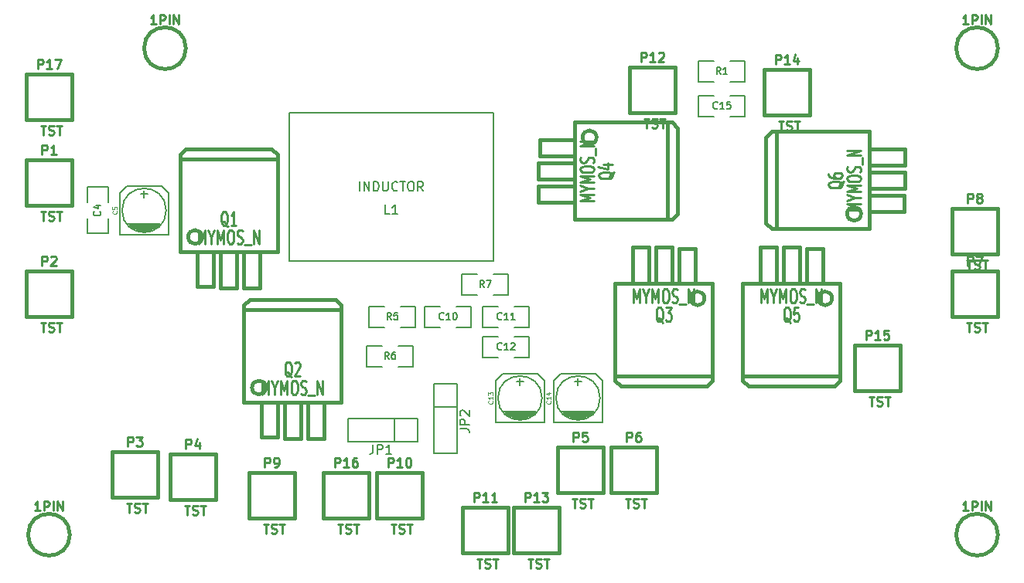
<source format=gto>
G04 (created by PCBNEW (2013-07-07 BZR 4022)-stable) date 10/6/2014 4:48:18 PM*
%MOIN*%
G04 Gerber Fmt 3.4, Leading zero omitted, Abs format*
%FSLAX34Y34*%
G01*
G70*
G90*
G04 APERTURE LIST*
%ADD10C,0.00590551*%
%ADD11C,0.015*%
%ADD12C,0.005*%
%ADD13C,0.006*%
%ADD14C,0.01*%
%ADD15C,0.0047*%
G04 APERTURE END LIST*
G54D10*
G54D11*
X66850Y-18550D02*
X68400Y-18550D01*
X68400Y-18550D02*
X68400Y-17850D01*
X68400Y-17850D02*
X66850Y-17850D01*
X66850Y-19550D02*
X68400Y-19550D01*
X68400Y-19550D02*
X68400Y-18850D01*
X68400Y-18850D02*
X66850Y-18850D01*
X66850Y-20550D02*
X68350Y-20550D01*
X68350Y-20550D02*
X68350Y-19900D01*
X68350Y-19900D02*
X68350Y-19850D01*
X68350Y-19850D02*
X66850Y-19850D01*
X66500Y-20650D02*
G75*
G03X66500Y-20650I-300J0D01*
G74*
G01*
X66850Y-21300D02*
X62650Y-21300D01*
X62650Y-21300D02*
X62400Y-21050D01*
X62400Y-21050D02*
X62400Y-17500D01*
X62400Y-17500D02*
X62400Y-17400D01*
X62400Y-17400D02*
X62400Y-17350D01*
X62400Y-17350D02*
X62650Y-17100D01*
X62650Y-17100D02*
X66850Y-17100D01*
X66850Y-21300D02*
X66850Y-17100D01*
X62850Y-17100D02*
X62850Y-21300D01*
X54150Y-19450D02*
X52600Y-19450D01*
X52600Y-19450D02*
X52600Y-20150D01*
X52600Y-20150D02*
X54150Y-20150D01*
X54150Y-18450D02*
X52600Y-18450D01*
X52600Y-18450D02*
X52600Y-19150D01*
X52600Y-19150D02*
X54150Y-19150D01*
X54150Y-17450D02*
X52650Y-17450D01*
X52650Y-17450D02*
X52650Y-18100D01*
X52650Y-18100D02*
X52650Y-18150D01*
X52650Y-18150D02*
X54150Y-18150D01*
X55100Y-17350D02*
G75*
G03X55100Y-17350I-300J0D01*
G74*
G01*
X54150Y-16700D02*
X58350Y-16700D01*
X58350Y-16700D02*
X58600Y-16950D01*
X58600Y-16950D02*
X58600Y-20500D01*
X58600Y-20500D02*
X58600Y-20600D01*
X58600Y-20600D02*
X58600Y-20650D01*
X58600Y-20650D02*
X58350Y-20900D01*
X58350Y-20900D02*
X54150Y-20900D01*
X54150Y-16700D02*
X54150Y-20900D01*
X58150Y-20900D02*
X58150Y-16700D01*
X62850Y-23650D02*
X62850Y-22100D01*
X62850Y-22100D02*
X62150Y-22100D01*
X62150Y-22100D02*
X62150Y-23650D01*
X63850Y-23650D02*
X63850Y-22100D01*
X63850Y-22100D02*
X63150Y-22100D01*
X63150Y-22100D02*
X63150Y-23650D01*
X64850Y-23650D02*
X64850Y-22150D01*
X64850Y-22150D02*
X64200Y-22150D01*
X64200Y-22150D02*
X64150Y-22150D01*
X64150Y-22150D02*
X64150Y-23650D01*
X65250Y-24300D02*
G75*
G03X65250Y-24300I-300J0D01*
G74*
G01*
X65600Y-23650D02*
X65600Y-27850D01*
X65600Y-27850D02*
X65350Y-28100D01*
X65350Y-28100D02*
X61800Y-28100D01*
X61800Y-28100D02*
X61700Y-28100D01*
X61700Y-28100D02*
X61650Y-28100D01*
X61650Y-28100D02*
X61400Y-27850D01*
X61400Y-27850D02*
X61400Y-23650D01*
X65600Y-23650D02*
X61400Y-23650D01*
X61400Y-27650D02*
X65600Y-27650D01*
X57350Y-23650D02*
X57350Y-22100D01*
X57350Y-22100D02*
X56650Y-22100D01*
X56650Y-22100D02*
X56650Y-23650D01*
X58350Y-23650D02*
X58350Y-22100D01*
X58350Y-22100D02*
X57650Y-22100D01*
X57650Y-22100D02*
X57650Y-23650D01*
X59350Y-23650D02*
X59350Y-22150D01*
X59350Y-22150D02*
X58700Y-22150D01*
X58700Y-22150D02*
X58650Y-22150D01*
X58650Y-22150D02*
X58650Y-23650D01*
X59750Y-24300D02*
G75*
G03X59750Y-24300I-300J0D01*
G74*
G01*
X60100Y-23650D02*
X60100Y-27850D01*
X60100Y-27850D02*
X59850Y-28100D01*
X59850Y-28100D02*
X56300Y-28100D01*
X56300Y-28100D02*
X56200Y-28100D01*
X56200Y-28100D02*
X56150Y-28100D01*
X56150Y-28100D02*
X55900Y-27850D01*
X55900Y-27850D02*
X55900Y-23650D01*
X60100Y-23650D02*
X55900Y-23650D01*
X55900Y-27650D02*
X60100Y-27650D01*
X42650Y-28800D02*
X42650Y-30350D01*
X42650Y-30350D02*
X43350Y-30350D01*
X43350Y-30350D02*
X43350Y-28800D01*
X41650Y-28800D02*
X41650Y-30350D01*
X41650Y-30350D02*
X42350Y-30350D01*
X42350Y-30350D02*
X42350Y-28800D01*
X40650Y-28800D02*
X40650Y-30300D01*
X40650Y-30300D02*
X41300Y-30300D01*
X41300Y-30300D02*
X41350Y-30300D01*
X41350Y-30300D02*
X41350Y-28800D01*
X40850Y-28150D02*
G75*
G03X40850Y-28150I-300J0D01*
G74*
G01*
X39900Y-28800D02*
X39900Y-24600D01*
X39900Y-24600D02*
X40150Y-24350D01*
X40150Y-24350D02*
X43700Y-24350D01*
X43700Y-24350D02*
X43800Y-24350D01*
X43800Y-24350D02*
X43850Y-24350D01*
X43850Y-24350D02*
X44100Y-24600D01*
X44100Y-24600D02*
X44100Y-28800D01*
X39900Y-28800D02*
X44100Y-28800D01*
X44100Y-24800D02*
X39900Y-24800D01*
X39900Y-22300D02*
X39900Y-23850D01*
X39900Y-23850D02*
X40600Y-23850D01*
X40600Y-23850D02*
X40600Y-22300D01*
X38900Y-22300D02*
X38900Y-23850D01*
X38900Y-23850D02*
X39600Y-23850D01*
X39600Y-23850D02*
X39600Y-22300D01*
X37900Y-22300D02*
X37900Y-23800D01*
X37900Y-23800D02*
X38550Y-23800D01*
X38550Y-23800D02*
X38600Y-23800D01*
X38600Y-23800D02*
X38600Y-22300D01*
X38100Y-21650D02*
G75*
G03X38100Y-21650I-300J0D01*
G74*
G01*
X37150Y-22300D02*
X37150Y-18100D01*
X37150Y-18100D02*
X37400Y-17850D01*
X37400Y-17850D02*
X40950Y-17850D01*
X40950Y-17850D02*
X41050Y-17850D01*
X41050Y-17850D02*
X41100Y-17850D01*
X41100Y-17850D02*
X41350Y-18100D01*
X41350Y-18100D02*
X41350Y-22300D01*
X37150Y-22300D02*
X41350Y-22300D01*
X41350Y-18300D02*
X37150Y-18300D01*
G54D12*
X52200Y-25550D02*
X52200Y-24650D01*
X52200Y-24650D02*
X51550Y-24650D01*
X50850Y-25550D02*
X50200Y-25550D01*
X50200Y-25550D02*
X50200Y-24650D01*
X50200Y-24650D02*
X50850Y-24650D01*
X51550Y-25550D02*
X52200Y-25550D01*
X52200Y-26850D02*
X52200Y-25950D01*
X52200Y-25950D02*
X51550Y-25950D01*
X50850Y-26850D02*
X50200Y-26850D01*
X50200Y-26850D02*
X50200Y-25950D01*
X50200Y-25950D02*
X50850Y-25950D01*
X51550Y-26850D02*
X52200Y-26850D01*
X47700Y-24650D02*
X47700Y-25550D01*
X47700Y-25550D02*
X48350Y-25550D01*
X49050Y-24650D02*
X49700Y-24650D01*
X49700Y-24650D02*
X49700Y-25550D01*
X49700Y-25550D02*
X49050Y-25550D01*
X48350Y-24650D02*
X47700Y-24650D01*
X45300Y-24650D02*
X45300Y-25550D01*
X45300Y-25550D02*
X45950Y-25550D01*
X46650Y-24650D02*
X47300Y-24650D01*
X47300Y-24650D02*
X47300Y-25550D01*
X47300Y-25550D02*
X46650Y-25550D01*
X45950Y-24650D02*
X45300Y-24650D01*
X49300Y-23250D02*
X49300Y-24150D01*
X49300Y-24150D02*
X49950Y-24150D01*
X50650Y-23250D02*
X51300Y-23250D01*
X51300Y-23250D02*
X51300Y-24150D01*
X51300Y-24150D02*
X50650Y-24150D01*
X49950Y-23250D02*
X49300Y-23250D01*
X45200Y-26350D02*
X45200Y-27250D01*
X45200Y-27250D02*
X45850Y-27250D01*
X46550Y-26350D02*
X47200Y-26350D01*
X47200Y-26350D02*
X47200Y-27250D01*
X47200Y-27250D02*
X46550Y-27250D01*
X45850Y-26350D02*
X45200Y-26350D01*
X34050Y-19500D02*
X33150Y-19500D01*
X33150Y-19500D02*
X33150Y-20150D01*
X34050Y-20850D02*
X34050Y-21500D01*
X34050Y-21500D02*
X33150Y-21500D01*
X33150Y-21500D02*
X33150Y-20850D01*
X34050Y-20150D02*
X34050Y-19500D01*
G54D13*
X47400Y-29500D02*
X47400Y-30500D01*
X47400Y-30500D02*
X44400Y-30500D01*
X44400Y-30500D02*
X44400Y-29500D01*
X44400Y-29500D02*
X47400Y-29500D01*
X46400Y-30500D02*
X46400Y-29500D01*
X48100Y-28000D02*
X49100Y-28000D01*
X49100Y-28000D02*
X49100Y-31000D01*
X49100Y-31000D02*
X48100Y-31000D01*
X48100Y-31000D02*
X48100Y-28000D01*
X49100Y-29000D02*
X48100Y-29000D01*
G54D12*
X51550Y-29500D02*
X52100Y-29500D01*
X51450Y-29450D02*
X52150Y-29450D01*
X51300Y-29400D02*
X52300Y-29400D01*
X52350Y-29350D02*
X51250Y-29350D01*
X51200Y-29300D02*
X52400Y-29300D01*
X52450Y-29250D02*
X51150Y-29250D01*
X51100Y-29200D02*
X52500Y-29200D01*
X52750Y-28600D02*
G75*
G03X52750Y-28600I-950J0D01*
G74*
G01*
X50750Y-29650D02*
X50750Y-27850D01*
X50750Y-27850D02*
X51050Y-27550D01*
X51050Y-27550D02*
X52550Y-27550D01*
X52550Y-27550D02*
X52850Y-27850D01*
X52850Y-27850D02*
X52850Y-29650D01*
X52850Y-29650D02*
X50750Y-29650D01*
X51800Y-27750D02*
X51800Y-28050D01*
X51650Y-27900D02*
X51950Y-27900D01*
X35350Y-21400D02*
X35900Y-21400D01*
X35250Y-21350D02*
X35950Y-21350D01*
X35100Y-21300D02*
X36100Y-21300D01*
X36150Y-21250D02*
X35050Y-21250D01*
X35000Y-21200D02*
X36200Y-21200D01*
X36250Y-21150D02*
X34950Y-21150D01*
X34900Y-21100D02*
X36300Y-21100D01*
X36550Y-20500D02*
G75*
G03X36550Y-20500I-950J0D01*
G74*
G01*
X34550Y-21550D02*
X34550Y-19750D01*
X34550Y-19750D02*
X34850Y-19450D01*
X34850Y-19450D02*
X36350Y-19450D01*
X36350Y-19450D02*
X36650Y-19750D01*
X36650Y-19750D02*
X36650Y-21550D01*
X36650Y-21550D02*
X34550Y-21550D01*
X35600Y-19650D02*
X35600Y-19950D01*
X35450Y-19800D02*
X35750Y-19800D01*
X54050Y-29500D02*
X54600Y-29500D01*
X53950Y-29450D02*
X54650Y-29450D01*
X53800Y-29400D02*
X54800Y-29400D01*
X54850Y-29350D02*
X53750Y-29350D01*
X53700Y-29300D02*
X54900Y-29300D01*
X54950Y-29250D02*
X53650Y-29250D01*
X53600Y-29200D02*
X55000Y-29200D01*
X55250Y-28600D02*
G75*
G03X55250Y-28600I-950J0D01*
G74*
G01*
X53250Y-29650D02*
X53250Y-27850D01*
X53250Y-27850D02*
X53550Y-27550D01*
X53550Y-27550D02*
X55050Y-27550D01*
X55050Y-27550D02*
X55350Y-27850D01*
X55350Y-27850D02*
X55350Y-29650D01*
X55350Y-29650D02*
X53250Y-29650D01*
X54300Y-27750D02*
X54300Y-28050D01*
X54150Y-27900D02*
X54450Y-27900D01*
G54D11*
X49316Y-33316D02*
X51284Y-33316D01*
X51284Y-33316D02*
X51284Y-35284D01*
X51284Y-35284D02*
X49316Y-35284D01*
X49316Y-35284D02*
X49316Y-33316D01*
X51516Y-33316D02*
X53484Y-33316D01*
X53484Y-33316D02*
X53484Y-35284D01*
X53484Y-35284D02*
X51516Y-35284D01*
X51516Y-35284D02*
X51516Y-33316D01*
X40116Y-31816D02*
X42084Y-31816D01*
X42084Y-31816D02*
X42084Y-33784D01*
X42084Y-33784D02*
X40116Y-33784D01*
X40116Y-33784D02*
X40116Y-31816D01*
X45616Y-31816D02*
X47584Y-31816D01*
X47584Y-31816D02*
X47584Y-33784D01*
X47584Y-33784D02*
X45616Y-33784D01*
X45616Y-33784D02*
X45616Y-31816D01*
X30516Y-23116D02*
X32484Y-23116D01*
X32484Y-23116D02*
X32484Y-25084D01*
X32484Y-25084D02*
X30516Y-25084D01*
X30516Y-25084D02*
X30516Y-23116D01*
X30516Y-18316D02*
X32484Y-18316D01*
X32484Y-18316D02*
X32484Y-20284D01*
X32484Y-20284D02*
X30516Y-20284D01*
X30516Y-20284D02*
X30516Y-18316D01*
X43316Y-31816D02*
X45284Y-31816D01*
X45284Y-31816D02*
X45284Y-33784D01*
X45284Y-33784D02*
X43316Y-33784D01*
X43316Y-33784D02*
X43316Y-31816D01*
X66216Y-26316D02*
X68184Y-26316D01*
X68184Y-26316D02*
X68184Y-28284D01*
X68184Y-28284D02*
X66216Y-28284D01*
X66216Y-28284D02*
X66216Y-26316D01*
X62316Y-14416D02*
X64284Y-14416D01*
X64284Y-14416D02*
X64284Y-16384D01*
X64284Y-16384D02*
X62316Y-16384D01*
X62316Y-16384D02*
X62316Y-14416D01*
X56516Y-14316D02*
X58484Y-14316D01*
X58484Y-14316D02*
X58484Y-16284D01*
X58484Y-16284D02*
X56516Y-16284D01*
X56516Y-16284D02*
X56516Y-14316D01*
X70416Y-20416D02*
X72384Y-20416D01*
X72384Y-20416D02*
X72384Y-22384D01*
X72384Y-22384D02*
X70416Y-22384D01*
X70416Y-22384D02*
X70416Y-20416D01*
X70416Y-23116D02*
X72384Y-23116D01*
X72384Y-23116D02*
X72384Y-25084D01*
X72384Y-25084D02*
X70416Y-25084D01*
X70416Y-25084D02*
X70416Y-23116D01*
X55716Y-30716D02*
X57684Y-30716D01*
X57684Y-30716D02*
X57684Y-32684D01*
X57684Y-32684D02*
X55716Y-32684D01*
X55716Y-32684D02*
X55716Y-30716D01*
X53416Y-30716D02*
X55384Y-30716D01*
X55384Y-30716D02*
X55384Y-32684D01*
X55384Y-32684D02*
X53416Y-32684D01*
X53416Y-32684D02*
X53416Y-30716D01*
X36716Y-31016D02*
X38684Y-31016D01*
X38684Y-31016D02*
X38684Y-32984D01*
X38684Y-32984D02*
X36716Y-32984D01*
X36716Y-32984D02*
X36716Y-31016D01*
X34216Y-30916D02*
X36184Y-30916D01*
X36184Y-30916D02*
X36184Y-32884D01*
X36184Y-32884D02*
X34216Y-32884D01*
X34216Y-32884D02*
X34216Y-30916D01*
G54D10*
X41850Y-16300D02*
X50650Y-16300D01*
X50650Y-16300D02*
X50650Y-22700D01*
X50650Y-22700D02*
X41850Y-22700D01*
X41850Y-22700D02*
X41850Y-16300D01*
G54D11*
X30516Y-14616D02*
X32484Y-14616D01*
X32484Y-14616D02*
X32484Y-16584D01*
X32484Y-16584D02*
X30516Y-16584D01*
X30516Y-16584D02*
X30516Y-14616D01*
G54D12*
X59500Y-15550D02*
X59500Y-16450D01*
X59500Y-16450D02*
X60150Y-16450D01*
X60850Y-15550D02*
X61500Y-15550D01*
X61500Y-15550D02*
X61500Y-16450D01*
X61500Y-16450D02*
X60850Y-16450D01*
X60150Y-15550D02*
X59500Y-15550D01*
X59500Y-14050D02*
X59500Y-14950D01*
X59500Y-14950D02*
X60150Y-14950D01*
X60850Y-14050D02*
X61500Y-14050D01*
X61500Y-14050D02*
X61500Y-14950D01*
X61500Y-14950D02*
X60850Y-14950D01*
X60150Y-14050D02*
X59500Y-14050D01*
G54D11*
X72400Y-13500D02*
G75*
G03X72400Y-13500I-900J0D01*
G74*
G01*
X72400Y-34500D02*
G75*
G03X72400Y-34500I-900J0D01*
G74*
G01*
X32400Y-34500D02*
G75*
G03X32400Y-34500I-900J0D01*
G74*
G01*
X37400Y-13500D02*
G75*
G03X37400Y-13500I-900J0D01*
G74*
G01*
G54D14*
X65750Y-19238D02*
X65721Y-19276D01*
X65664Y-19314D01*
X65578Y-19371D01*
X65550Y-19409D01*
X65550Y-19447D01*
X65692Y-19428D02*
X65664Y-19466D01*
X65607Y-19504D01*
X65492Y-19523D01*
X65292Y-19523D01*
X65178Y-19504D01*
X65121Y-19466D01*
X65092Y-19428D01*
X65092Y-19352D01*
X65121Y-19314D01*
X65178Y-19276D01*
X65292Y-19257D01*
X65492Y-19257D01*
X65607Y-19276D01*
X65664Y-19314D01*
X65692Y-19352D01*
X65692Y-19428D01*
X65092Y-18914D02*
X65092Y-18990D01*
X65121Y-19028D01*
X65150Y-19047D01*
X65235Y-19085D01*
X65350Y-19104D01*
X65578Y-19104D01*
X65635Y-19085D01*
X65664Y-19066D01*
X65692Y-19028D01*
X65692Y-18952D01*
X65664Y-18914D01*
X65635Y-18895D01*
X65578Y-18876D01*
X65435Y-18876D01*
X65378Y-18895D01*
X65350Y-18914D01*
X65321Y-18952D01*
X65321Y-19028D01*
X65350Y-19066D01*
X65378Y-19085D01*
X65435Y-19104D01*
X66492Y-20495D02*
X65892Y-20495D01*
X66321Y-20361D01*
X65892Y-20228D01*
X66492Y-20228D01*
X66207Y-19961D02*
X66492Y-19961D01*
X65892Y-20095D02*
X66207Y-19961D01*
X65892Y-19828D01*
X66492Y-19695D02*
X65892Y-19695D01*
X66321Y-19561D01*
X65892Y-19428D01*
X66492Y-19428D01*
X65892Y-19161D02*
X65892Y-19085D01*
X65921Y-19047D01*
X65978Y-19009D01*
X66092Y-18990D01*
X66292Y-18990D01*
X66407Y-19009D01*
X66464Y-19047D01*
X66492Y-19085D01*
X66492Y-19161D01*
X66464Y-19199D01*
X66407Y-19238D01*
X66292Y-19257D01*
X66092Y-19257D01*
X65978Y-19238D01*
X65921Y-19199D01*
X65892Y-19161D01*
X66464Y-18838D02*
X66492Y-18780D01*
X66492Y-18685D01*
X66464Y-18647D01*
X66435Y-18628D01*
X66378Y-18609D01*
X66321Y-18609D01*
X66264Y-18628D01*
X66235Y-18647D01*
X66207Y-18685D01*
X66178Y-18761D01*
X66150Y-18799D01*
X66121Y-18819D01*
X66064Y-18838D01*
X66007Y-18838D01*
X65950Y-18819D01*
X65921Y-18799D01*
X65892Y-18761D01*
X65892Y-18666D01*
X65921Y-18609D01*
X66550Y-18533D02*
X66550Y-18228D01*
X66492Y-18133D02*
X65892Y-18133D01*
X66492Y-17904D01*
X65892Y-17904D01*
X55850Y-18838D02*
X55821Y-18876D01*
X55764Y-18914D01*
X55678Y-18971D01*
X55650Y-19009D01*
X55650Y-19047D01*
X55792Y-19028D02*
X55764Y-19066D01*
X55707Y-19104D01*
X55592Y-19123D01*
X55392Y-19123D01*
X55278Y-19104D01*
X55221Y-19066D01*
X55192Y-19028D01*
X55192Y-18952D01*
X55221Y-18914D01*
X55278Y-18876D01*
X55392Y-18857D01*
X55592Y-18857D01*
X55707Y-18876D01*
X55764Y-18914D01*
X55792Y-18952D01*
X55792Y-19028D01*
X55392Y-18514D02*
X55792Y-18514D01*
X55164Y-18609D02*
X55592Y-18704D01*
X55592Y-18457D01*
X54992Y-20095D02*
X54392Y-20095D01*
X54821Y-19961D01*
X54392Y-19828D01*
X54992Y-19828D01*
X54707Y-19561D02*
X54992Y-19561D01*
X54392Y-19695D02*
X54707Y-19561D01*
X54392Y-19428D01*
X54992Y-19295D02*
X54392Y-19295D01*
X54821Y-19161D01*
X54392Y-19028D01*
X54992Y-19028D01*
X54392Y-18761D02*
X54392Y-18685D01*
X54421Y-18647D01*
X54478Y-18609D01*
X54592Y-18590D01*
X54792Y-18590D01*
X54907Y-18609D01*
X54964Y-18647D01*
X54992Y-18685D01*
X54992Y-18761D01*
X54964Y-18799D01*
X54907Y-18838D01*
X54792Y-18857D01*
X54592Y-18857D01*
X54478Y-18838D01*
X54421Y-18799D01*
X54392Y-18761D01*
X54964Y-18438D02*
X54992Y-18380D01*
X54992Y-18285D01*
X54964Y-18247D01*
X54935Y-18228D01*
X54878Y-18209D01*
X54821Y-18209D01*
X54764Y-18228D01*
X54735Y-18247D01*
X54707Y-18285D01*
X54678Y-18361D01*
X54650Y-18399D01*
X54621Y-18419D01*
X54564Y-18438D01*
X54507Y-18438D01*
X54450Y-18419D01*
X54421Y-18399D01*
X54392Y-18361D01*
X54392Y-18266D01*
X54421Y-18209D01*
X55050Y-18133D02*
X55050Y-17828D01*
X54992Y-17733D02*
X54392Y-17733D01*
X54992Y-17504D01*
X54392Y-17504D01*
X63461Y-25350D02*
X63423Y-25321D01*
X63385Y-25264D01*
X63328Y-25178D01*
X63290Y-25150D01*
X63252Y-25150D01*
X63271Y-25292D02*
X63233Y-25264D01*
X63195Y-25207D01*
X63176Y-25092D01*
X63176Y-24892D01*
X63195Y-24778D01*
X63233Y-24721D01*
X63271Y-24692D01*
X63347Y-24692D01*
X63385Y-24721D01*
X63423Y-24778D01*
X63442Y-24892D01*
X63442Y-25092D01*
X63423Y-25207D01*
X63385Y-25264D01*
X63347Y-25292D01*
X63271Y-25292D01*
X63804Y-24692D02*
X63614Y-24692D01*
X63595Y-24978D01*
X63614Y-24950D01*
X63652Y-24921D01*
X63747Y-24921D01*
X63785Y-24950D01*
X63804Y-24978D01*
X63823Y-25035D01*
X63823Y-25178D01*
X63804Y-25235D01*
X63785Y-25264D01*
X63747Y-25292D01*
X63652Y-25292D01*
X63614Y-25264D01*
X63595Y-25235D01*
X62204Y-24492D02*
X62204Y-23892D01*
X62338Y-24321D01*
X62471Y-23892D01*
X62471Y-24492D01*
X62738Y-24207D02*
X62738Y-24492D01*
X62604Y-23892D02*
X62738Y-24207D01*
X62871Y-23892D01*
X63004Y-24492D02*
X63004Y-23892D01*
X63138Y-24321D01*
X63271Y-23892D01*
X63271Y-24492D01*
X63538Y-23892D02*
X63614Y-23892D01*
X63652Y-23921D01*
X63690Y-23978D01*
X63709Y-24092D01*
X63709Y-24292D01*
X63690Y-24407D01*
X63652Y-24464D01*
X63614Y-24492D01*
X63538Y-24492D01*
X63500Y-24464D01*
X63461Y-24407D01*
X63442Y-24292D01*
X63442Y-24092D01*
X63461Y-23978D01*
X63500Y-23921D01*
X63538Y-23892D01*
X63861Y-24464D02*
X63919Y-24492D01*
X64014Y-24492D01*
X64052Y-24464D01*
X64071Y-24435D01*
X64090Y-24378D01*
X64090Y-24321D01*
X64071Y-24264D01*
X64052Y-24235D01*
X64014Y-24207D01*
X63938Y-24178D01*
X63900Y-24150D01*
X63880Y-24121D01*
X63861Y-24064D01*
X63861Y-24007D01*
X63880Y-23950D01*
X63900Y-23921D01*
X63938Y-23892D01*
X64033Y-23892D01*
X64090Y-23921D01*
X64166Y-24550D02*
X64471Y-24550D01*
X64566Y-24492D02*
X64566Y-23892D01*
X64795Y-24492D01*
X64795Y-23892D01*
X57961Y-25350D02*
X57923Y-25321D01*
X57885Y-25264D01*
X57828Y-25178D01*
X57790Y-25150D01*
X57752Y-25150D01*
X57771Y-25292D02*
X57733Y-25264D01*
X57695Y-25207D01*
X57676Y-25092D01*
X57676Y-24892D01*
X57695Y-24778D01*
X57733Y-24721D01*
X57771Y-24692D01*
X57847Y-24692D01*
X57885Y-24721D01*
X57923Y-24778D01*
X57942Y-24892D01*
X57942Y-25092D01*
X57923Y-25207D01*
X57885Y-25264D01*
X57847Y-25292D01*
X57771Y-25292D01*
X58076Y-24692D02*
X58323Y-24692D01*
X58190Y-24921D01*
X58247Y-24921D01*
X58285Y-24950D01*
X58304Y-24978D01*
X58323Y-25035D01*
X58323Y-25178D01*
X58304Y-25235D01*
X58285Y-25264D01*
X58247Y-25292D01*
X58133Y-25292D01*
X58095Y-25264D01*
X58076Y-25235D01*
X56704Y-24492D02*
X56704Y-23892D01*
X56838Y-24321D01*
X56971Y-23892D01*
X56971Y-24492D01*
X57238Y-24207D02*
X57238Y-24492D01*
X57104Y-23892D02*
X57238Y-24207D01*
X57371Y-23892D01*
X57504Y-24492D02*
X57504Y-23892D01*
X57638Y-24321D01*
X57771Y-23892D01*
X57771Y-24492D01*
X58038Y-23892D02*
X58114Y-23892D01*
X58152Y-23921D01*
X58190Y-23978D01*
X58209Y-24092D01*
X58209Y-24292D01*
X58190Y-24407D01*
X58152Y-24464D01*
X58114Y-24492D01*
X58038Y-24492D01*
X58000Y-24464D01*
X57961Y-24407D01*
X57942Y-24292D01*
X57942Y-24092D01*
X57961Y-23978D01*
X58000Y-23921D01*
X58038Y-23892D01*
X58361Y-24464D02*
X58419Y-24492D01*
X58514Y-24492D01*
X58552Y-24464D01*
X58571Y-24435D01*
X58590Y-24378D01*
X58590Y-24321D01*
X58571Y-24264D01*
X58552Y-24235D01*
X58514Y-24207D01*
X58438Y-24178D01*
X58400Y-24150D01*
X58380Y-24121D01*
X58361Y-24064D01*
X58361Y-24007D01*
X58380Y-23950D01*
X58400Y-23921D01*
X58438Y-23892D01*
X58533Y-23892D01*
X58590Y-23921D01*
X58666Y-24550D02*
X58971Y-24550D01*
X59066Y-24492D02*
X59066Y-23892D01*
X59295Y-24492D01*
X59295Y-23892D01*
X41961Y-27700D02*
X41923Y-27671D01*
X41885Y-27614D01*
X41828Y-27528D01*
X41790Y-27500D01*
X41752Y-27500D01*
X41771Y-27642D02*
X41733Y-27614D01*
X41695Y-27557D01*
X41676Y-27442D01*
X41676Y-27242D01*
X41695Y-27128D01*
X41733Y-27071D01*
X41771Y-27042D01*
X41847Y-27042D01*
X41885Y-27071D01*
X41923Y-27128D01*
X41942Y-27242D01*
X41942Y-27442D01*
X41923Y-27557D01*
X41885Y-27614D01*
X41847Y-27642D01*
X41771Y-27642D01*
X42095Y-27100D02*
X42114Y-27071D01*
X42152Y-27042D01*
X42247Y-27042D01*
X42285Y-27071D01*
X42304Y-27100D01*
X42323Y-27157D01*
X42323Y-27214D01*
X42304Y-27300D01*
X42076Y-27642D01*
X42323Y-27642D01*
X40704Y-28442D02*
X40704Y-27842D01*
X40838Y-28271D01*
X40971Y-27842D01*
X40971Y-28442D01*
X41238Y-28157D02*
X41238Y-28442D01*
X41104Y-27842D02*
X41238Y-28157D01*
X41371Y-27842D01*
X41504Y-28442D02*
X41504Y-27842D01*
X41638Y-28271D01*
X41771Y-27842D01*
X41771Y-28442D01*
X42038Y-27842D02*
X42114Y-27842D01*
X42152Y-27871D01*
X42190Y-27928D01*
X42209Y-28042D01*
X42209Y-28242D01*
X42190Y-28357D01*
X42152Y-28414D01*
X42114Y-28442D01*
X42038Y-28442D01*
X42000Y-28414D01*
X41961Y-28357D01*
X41942Y-28242D01*
X41942Y-28042D01*
X41961Y-27928D01*
X42000Y-27871D01*
X42038Y-27842D01*
X42361Y-28414D02*
X42419Y-28442D01*
X42514Y-28442D01*
X42552Y-28414D01*
X42571Y-28385D01*
X42590Y-28328D01*
X42590Y-28271D01*
X42571Y-28214D01*
X42552Y-28185D01*
X42514Y-28157D01*
X42438Y-28128D01*
X42400Y-28100D01*
X42380Y-28071D01*
X42361Y-28014D01*
X42361Y-27957D01*
X42380Y-27900D01*
X42400Y-27871D01*
X42438Y-27842D01*
X42533Y-27842D01*
X42590Y-27871D01*
X42666Y-28500D02*
X42971Y-28500D01*
X43066Y-28442D02*
X43066Y-27842D01*
X43295Y-28442D01*
X43295Y-27842D01*
X39211Y-21200D02*
X39173Y-21171D01*
X39135Y-21114D01*
X39078Y-21028D01*
X39040Y-21000D01*
X39002Y-21000D01*
X39021Y-21142D02*
X38983Y-21114D01*
X38945Y-21057D01*
X38926Y-20942D01*
X38926Y-20742D01*
X38945Y-20628D01*
X38983Y-20571D01*
X39021Y-20542D01*
X39097Y-20542D01*
X39135Y-20571D01*
X39173Y-20628D01*
X39192Y-20742D01*
X39192Y-20942D01*
X39173Y-21057D01*
X39135Y-21114D01*
X39097Y-21142D01*
X39021Y-21142D01*
X39573Y-21142D02*
X39345Y-21142D01*
X39459Y-21142D02*
X39459Y-20542D01*
X39421Y-20628D01*
X39383Y-20685D01*
X39345Y-20714D01*
X37954Y-21942D02*
X37954Y-21342D01*
X38088Y-21771D01*
X38221Y-21342D01*
X38221Y-21942D01*
X38488Y-21657D02*
X38488Y-21942D01*
X38354Y-21342D02*
X38488Y-21657D01*
X38621Y-21342D01*
X38754Y-21942D02*
X38754Y-21342D01*
X38888Y-21771D01*
X39021Y-21342D01*
X39021Y-21942D01*
X39288Y-21342D02*
X39364Y-21342D01*
X39402Y-21371D01*
X39440Y-21428D01*
X39459Y-21542D01*
X39459Y-21742D01*
X39440Y-21857D01*
X39402Y-21914D01*
X39364Y-21942D01*
X39288Y-21942D01*
X39250Y-21914D01*
X39211Y-21857D01*
X39192Y-21742D01*
X39192Y-21542D01*
X39211Y-21428D01*
X39250Y-21371D01*
X39288Y-21342D01*
X39611Y-21914D02*
X39669Y-21942D01*
X39764Y-21942D01*
X39802Y-21914D01*
X39821Y-21885D01*
X39840Y-21828D01*
X39840Y-21771D01*
X39821Y-21714D01*
X39802Y-21685D01*
X39764Y-21657D01*
X39688Y-21628D01*
X39650Y-21600D01*
X39630Y-21571D01*
X39611Y-21514D01*
X39611Y-21457D01*
X39630Y-21400D01*
X39650Y-21371D01*
X39688Y-21342D01*
X39783Y-21342D01*
X39840Y-21371D01*
X39916Y-22000D02*
X40221Y-22000D01*
X40316Y-21942D02*
X40316Y-21342D01*
X40545Y-21942D01*
X40545Y-21342D01*
G54D12*
X51007Y-25192D02*
X50992Y-25207D01*
X50950Y-25221D01*
X50921Y-25221D01*
X50878Y-25207D01*
X50850Y-25178D01*
X50835Y-25150D01*
X50821Y-25092D01*
X50821Y-25050D01*
X50835Y-24992D01*
X50850Y-24964D01*
X50878Y-24935D01*
X50921Y-24921D01*
X50950Y-24921D01*
X50992Y-24935D01*
X51007Y-24950D01*
X51292Y-25221D02*
X51121Y-25221D01*
X51207Y-25221D02*
X51207Y-24921D01*
X51178Y-24964D01*
X51150Y-24992D01*
X51121Y-25007D01*
X51578Y-25221D02*
X51407Y-25221D01*
X51492Y-25221D02*
X51492Y-24921D01*
X51464Y-24964D01*
X51435Y-24992D01*
X51407Y-25007D01*
X51007Y-26492D02*
X50992Y-26507D01*
X50950Y-26521D01*
X50921Y-26521D01*
X50878Y-26507D01*
X50850Y-26478D01*
X50835Y-26450D01*
X50821Y-26392D01*
X50821Y-26350D01*
X50835Y-26292D01*
X50850Y-26264D01*
X50878Y-26235D01*
X50921Y-26221D01*
X50950Y-26221D01*
X50992Y-26235D01*
X51007Y-26250D01*
X51292Y-26521D02*
X51121Y-26521D01*
X51207Y-26521D02*
X51207Y-26221D01*
X51178Y-26264D01*
X51150Y-26292D01*
X51121Y-26307D01*
X51407Y-26250D02*
X51421Y-26235D01*
X51450Y-26221D01*
X51521Y-26221D01*
X51550Y-26235D01*
X51564Y-26250D01*
X51578Y-26278D01*
X51578Y-26307D01*
X51564Y-26350D01*
X51392Y-26521D01*
X51578Y-26521D01*
X48507Y-25192D02*
X48492Y-25207D01*
X48450Y-25221D01*
X48421Y-25221D01*
X48378Y-25207D01*
X48350Y-25178D01*
X48335Y-25150D01*
X48321Y-25092D01*
X48321Y-25050D01*
X48335Y-24992D01*
X48350Y-24964D01*
X48378Y-24935D01*
X48421Y-24921D01*
X48450Y-24921D01*
X48492Y-24935D01*
X48507Y-24950D01*
X48792Y-25221D02*
X48621Y-25221D01*
X48707Y-25221D02*
X48707Y-24921D01*
X48678Y-24964D01*
X48650Y-24992D01*
X48621Y-25007D01*
X48978Y-24921D02*
X49007Y-24921D01*
X49035Y-24935D01*
X49050Y-24950D01*
X49064Y-24978D01*
X49078Y-25035D01*
X49078Y-25107D01*
X49064Y-25164D01*
X49050Y-25192D01*
X49035Y-25207D01*
X49007Y-25221D01*
X48978Y-25221D01*
X48950Y-25207D01*
X48935Y-25192D01*
X48921Y-25164D01*
X48907Y-25107D01*
X48907Y-25035D01*
X48921Y-24978D01*
X48935Y-24950D01*
X48950Y-24935D01*
X48978Y-24921D01*
X46250Y-25221D02*
X46150Y-25078D01*
X46078Y-25221D02*
X46078Y-24921D01*
X46192Y-24921D01*
X46221Y-24935D01*
X46235Y-24950D01*
X46250Y-24978D01*
X46250Y-25021D01*
X46235Y-25050D01*
X46221Y-25064D01*
X46192Y-25078D01*
X46078Y-25078D01*
X46521Y-24921D02*
X46378Y-24921D01*
X46364Y-25064D01*
X46378Y-25050D01*
X46407Y-25035D01*
X46478Y-25035D01*
X46507Y-25050D01*
X46521Y-25064D01*
X46535Y-25092D01*
X46535Y-25164D01*
X46521Y-25192D01*
X46507Y-25207D01*
X46478Y-25221D01*
X46407Y-25221D01*
X46378Y-25207D01*
X46364Y-25192D01*
X50250Y-23821D02*
X50150Y-23678D01*
X50078Y-23821D02*
X50078Y-23521D01*
X50192Y-23521D01*
X50221Y-23535D01*
X50235Y-23550D01*
X50250Y-23578D01*
X50250Y-23621D01*
X50235Y-23650D01*
X50221Y-23664D01*
X50192Y-23678D01*
X50078Y-23678D01*
X50350Y-23521D02*
X50550Y-23521D01*
X50421Y-23821D01*
X46150Y-26921D02*
X46050Y-26778D01*
X45978Y-26921D02*
X45978Y-26621D01*
X46092Y-26621D01*
X46121Y-26635D01*
X46135Y-26650D01*
X46150Y-26678D01*
X46150Y-26721D01*
X46135Y-26750D01*
X46121Y-26764D01*
X46092Y-26778D01*
X45978Y-26778D01*
X46407Y-26621D02*
X46350Y-26621D01*
X46321Y-26635D01*
X46307Y-26650D01*
X46278Y-26692D01*
X46264Y-26750D01*
X46264Y-26864D01*
X46278Y-26892D01*
X46292Y-26907D01*
X46321Y-26921D01*
X46378Y-26921D01*
X46407Y-26907D01*
X46421Y-26892D01*
X46435Y-26864D01*
X46435Y-26792D01*
X46421Y-26764D01*
X46407Y-26750D01*
X46378Y-26735D01*
X46321Y-26735D01*
X46292Y-26750D01*
X46278Y-26764D01*
X46264Y-26792D01*
X33692Y-20550D02*
X33707Y-20564D01*
X33721Y-20607D01*
X33721Y-20635D01*
X33707Y-20678D01*
X33678Y-20707D01*
X33650Y-20721D01*
X33592Y-20735D01*
X33550Y-20735D01*
X33492Y-20721D01*
X33464Y-20707D01*
X33435Y-20678D01*
X33421Y-20635D01*
X33421Y-20607D01*
X33435Y-20564D01*
X33450Y-20550D01*
X33521Y-20292D02*
X33721Y-20292D01*
X33407Y-20364D02*
X33621Y-20435D01*
X33621Y-20250D01*
G54D13*
X45466Y-30611D02*
X45466Y-30897D01*
X45447Y-30954D01*
X45409Y-30992D01*
X45352Y-31011D01*
X45314Y-31011D01*
X45657Y-31011D02*
X45657Y-30611D01*
X45809Y-30611D01*
X45847Y-30630D01*
X45866Y-30650D01*
X45885Y-30688D01*
X45885Y-30745D01*
X45866Y-30783D01*
X45847Y-30802D01*
X45809Y-30821D01*
X45657Y-30821D01*
X46266Y-31011D02*
X46038Y-31011D01*
X46152Y-31011D02*
X46152Y-30611D01*
X46114Y-30669D01*
X46076Y-30707D01*
X46038Y-30726D01*
X49211Y-29933D02*
X49497Y-29933D01*
X49554Y-29952D01*
X49592Y-29990D01*
X49611Y-30047D01*
X49611Y-30085D01*
X49611Y-29742D02*
X49211Y-29742D01*
X49211Y-29590D01*
X49230Y-29552D01*
X49250Y-29533D01*
X49288Y-29514D01*
X49345Y-29514D01*
X49383Y-29533D01*
X49402Y-29552D01*
X49421Y-29590D01*
X49421Y-29742D01*
X49250Y-29361D02*
X49230Y-29342D01*
X49211Y-29304D01*
X49211Y-29209D01*
X49230Y-29171D01*
X49250Y-29152D01*
X49288Y-29133D01*
X49326Y-29133D01*
X49383Y-29152D01*
X49611Y-29380D01*
X49611Y-29133D01*
G54D15*
X50610Y-28726D02*
X50620Y-28736D01*
X50629Y-28764D01*
X50629Y-28782D01*
X50620Y-28811D01*
X50601Y-28829D01*
X50582Y-28839D01*
X50545Y-28848D01*
X50517Y-28848D01*
X50479Y-28839D01*
X50460Y-28829D01*
X50442Y-28811D01*
X50432Y-28782D01*
X50432Y-28764D01*
X50442Y-28736D01*
X50451Y-28726D01*
X50629Y-28539D02*
X50629Y-28651D01*
X50629Y-28595D02*
X50432Y-28595D01*
X50460Y-28614D01*
X50479Y-28632D01*
X50489Y-28651D01*
X50432Y-28473D02*
X50432Y-28351D01*
X50507Y-28417D01*
X50507Y-28388D01*
X50517Y-28370D01*
X50526Y-28360D01*
X50545Y-28351D01*
X50592Y-28351D01*
X50610Y-28360D01*
X50620Y-28370D01*
X50629Y-28388D01*
X50629Y-28445D01*
X50620Y-28463D01*
X50610Y-28473D01*
X34410Y-20532D02*
X34420Y-20542D01*
X34429Y-20570D01*
X34429Y-20589D01*
X34420Y-20617D01*
X34401Y-20636D01*
X34382Y-20645D01*
X34345Y-20654D01*
X34317Y-20654D01*
X34279Y-20645D01*
X34260Y-20636D01*
X34242Y-20617D01*
X34232Y-20589D01*
X34232Y-20570D01*
X34242Y-20542D01*
X34251Y-20532D01*
X34232Y-20354D02*
X34232Y-20448D01*
X34326Y-20457D01*
X34317Y-20448D01*
X34307Y-20429D01*
X34307Y-20382D01*
X34317Y-20363D01*
X34326Y-20354D01*
X34345Y-20345D01*
X34392Y-20345D01*
X34410Y-20354D01*
X34420Y-20363D01*
X34429Y-20382D01*
X34429Y-20429D01*
X34420Y-20448D01*
X34410Y-20457D01*
X53110Y-28726D02*
X53120Y-28736D01*
X53129Y-28764D01*
X53129Y-28782D01*
X53120Y-28811D01*
X53101Y-28829D01*
X53082Y-28839D01*
X53045Y-28848D01*
X53017Y-28848D01*
X52979Y-28839D01*
X52960Y-28829D01*
X52942Y-28811D01*
X52932Y-28782D01*
X52932Y-28764D01*
X52942Y-28736D01*
X52951Y-28726D01*
X53129Y-28539D02*
X53129Y-28651D01*
X53129Y-28595D02*
X52932Y-28595D01*
X52960Y-28614D01*
X52979Y-28632D01*
X52989Y-28651D01*
X52998Y-28370D02*
X53129Y-28370D01*
X52923Y-28417D02*
X53064Y-28463D01*
X53064Y-28342D01*
G54D14*
X49814Y-33083D02*
X49814Y-32683D01*
X49966Y-32683D01*
X50004Y-32702D01*
X50023Y-32722D01*
X50042Y-32760D01*
X50042Y-32817D01*
X50023Y-32855D01*
X50004Y-32874D01*
X49966Y-32893D01*
X49814Y-32893D01*
X50423Y-33083D02*
X50195Y-33083D01*
X50309Y-33083D02*
X50309Y-32683D01*
X50271Y-32741D01*
X50233Y-32779D01*
X50195Y-32798D01*
X50804Y-33083D02*
X50576Y-33083D01*
X50690Y-33083D02*
X50690Y-32683D01*
X50652Y-32741D01*
X50614Y-32779D01*
X50576Y-32798D01*
X49940Y-35537D02*
X50169Y-35537D01*
X50055Y-35937D02*
X50055Y-35537D01*
X50283Y-35918D02*
X50340Y-35937D01*
X50436Y-35937D01*
X50474Y-35918D01*
X50493Y-35899D01*
X50512Y-35861D01*
X50512Y-35823D01*
X50493Y-35785D01*
X50474Y-35766D01*
X50436Y-35747D01*
X50359Y-35728D01*
X50321Y-35709D01*
X50302Y-35690D01*
X50283Y-35652D01*
X50283Y-35614D01*
X50302Y-35576D01*
X50321Y-35556D01*
X50359Y-35537D01*
X50455Y-35537D01*
X50512Y-35556D01*
X50626Y-35537D02*
X50855Y-35537D01*
X50740Y-35937D02*
X50740Y-35537D01*
X52014Y-33083D02*
X52014Y-32683D01*
X52166Y-32683D01*
X52204Y-32702D01*
X52223Y-32722D01*
X52242Y-32760D01*
X52242Y-32817D01*
X52223Y-32855D01*
X52204Y-32874D01*
X52166Y-32893D01*
X52014Y-32893D01*
X52623Y-33083D02*
X52395Y-33083D01*
X52509Y-33083D02*
X52509Y-32683D01*
X52471Y-32741D01*
X52433Y-32779D01*
X52395Y-32798D01*
X52757Y-32683D02*
X53004Y-32683D01*
X52871Y-32836D01*
X52928Y-32836D01*
X52966Y-32855D01*
X52985Y-32874D01*
X53004Y-32912D01*
X53004Y-33007D01*
X52985Y-33045D01*
X52966Y-33064D01*
X52928Y-33083D01*
X52814Y-33083D01*
X52776Y-33064D01*
X52757Y-33045D01*
X52140Y-35537D02*
X52369Y-35537D01*
X52255Y-35937D02*
X52255Y-35537D01*
X52483Y-35918D02*
X52540Y-35937D01*
X52636Y-35937D01*
X52674Y-35918D01*
X52693Y-35899D01*
X52712Y-35861D01*
X52712Y-35823D01*
X52693Y-35785D01*
X52674Y-35766D01*
X52636Y-35747D01*
X52559Y-35728D01*
X52521Y-35709D01*
X52502Y-35690D01*
X52483Y-35652D01*
X52483Y-35614D01*
X52502Y-35576D01*
X52521Y-35556D01*
X52559Y-35537D01*
X52655Y-35537D01*
X52712Y-35556D01*
X52826Y-35537D02*
X53055Y-35537D01*
X52940Y-35937D02*
X52940Y-35537D01*
X40804Y-31583D02*
X40804Y-31183D01*
X40957Y-31183D01*
X40995Y-31202D01*
X41014Y-31222D01*
X41033Y-31260D01*
X41033Y-31317D01*
X41014Y-31355D01*
X40995Y-31374D01*
X40957Y-31393D01*
X40804Y-31393D01*
X41223Y-31583D02*
X41300Y-31583D01*
X41338Y-31564D01*
X41357Y-31545D01*
X41395Y-31488D01*
X41414Y-31412D01*
X41414Y-31260D01*
X41395Y-31222D01*
X41376Y-31202D01*
X41338Y-31183D01*
X41261Y-31183D01*
X41223Y-31202D01*
X41204Y-31222D01*
X41185Y-31260D01*
X41185Y-31355D01*
X41204Y-31393D01*
X41223Y-31412D01*
X41261Y-31431D01*
X41338Y-31431D01*
X41376Y-31412D01*
X41395Y-31393D01*
X41414Y-31355D01*
X40740Y-34037D02*
X40969Y-34037D01*
X40855Y-34437D02*
X40855Y-34037D01*
X41083Y-34418D02*
X41140Y-34437D01*
X41236Y-34437D01*
X41274Y-34418D01*
X41293Y-34399D01*
X41312Y-34361D01*
X41312Y-34323D01*
X41293Y-34285D01*
X41274Y-34266D01*
X41236Y-34247D01*
X41159Y-34228D01*
X41121Y-34209D01*
X41102Y-34190D01*
X41083Y-34152D01*
X41083Y-34114D01*
X41102Y-34076D01*
X41121Y-34056D01*
X41159Y-34037D01*
X41255Y-34037D01*
X41312Y-34056D01*
X41426Y-34037D02*
X41655Y-34037D01*
X41540Y-34437D02*
X41540Y-34037D01*
X46114Y-31583D02*
X46114Y-31183D01*
X46266Y-31183D01*
X46304Y-31202D01*
X46323Y-31222D01*
X46342Y-31260D01*
X46342Y-31317D01*
X46323Y-31355D01*
X46304Y-31374D01*
X46266Y-31393D01*
X46114Y-31393D01*
X46723Y-31583D02*
X46495Y-31583D01*
X46609Y-31583D02*
X46609Y-31183D01*
X46571Y-31241D01*
X46533Y-31279D01*
X46495Y-31298D01*
X46971Y-31183D02*
X47009Y-31183D01*
X47047Y-31202D01*
X47066Y-31222D01*
X47085Y-31260D01*
X47104Y-31336D01*
X47104Y-31431D01*
X47085Y-31507D01*
X47066Y-31545D01*
X47047Y-31564D01*
X47009Y-31583D01*
X46971Y-31583D01*
X46933Y-31564D01*
X46914Y-31545D01*
X46895Y-31507D01*
X46876Y-31431D01*
X46876Y-31336D01*
X46895Y-31260D01*
X46914Y-31222D01*
X46933Y-31202D01*
X46971Y-31183D01*
X46240Y-34037D02*
X46469Y-34037D01*
X46355Y-34437D02*
X46355Y-34037D01*
X46583Y-34418D02*
X46640Y-34437D01*
X46736Y-34437D01*
X46774Y-34418D01*
X46793Y-34399D01*
X46812Y-34361D01*
X46812Y-34323D01*
X46793Y-34285D01*
X46774Y-34266D01*
X46736Y-34247D01*
X46659Y-34228D01*
X46621Y-34209D01*
X46602Y-34190D01*
X46583Y-34152D01*
X46583Y-34114D01*
X46602Y-34076D01*
X46621Y-34056D01*
X46659Y-34037D01*
X46755Y-34037D01*
X46812Y-34056D01*
X46926Y-34037D02*
X47155Y-34037D01*
X47040Y-34437D02*
X47040Y-34037D01*
X31204Y-22883D02*
X31204Y-22483D01*
X31357Y-22483D01*
X31395Y-22502D01*
X31414Y-22522D01*
X31433Y-22560D01*
X31433Y-22617D01*
X31414Y-22655D01*
X31395Y-22674D01*
X31357Y-22693D01*
X31204Y-22693D01*
X31585Y-22522D02*
X31604Y-22502D01*
X31642Y-22483D01*
X31738Y-22483D01*
X31776Y-22502D01*
X31795Y-22522D01*
X31814Y-22560D01*
X31814Y-22598D01*
X31795Y-22655D01*
X31566Y-22883D01*
X31814Y-22883D01*
X31140Y-25337D02*
X31369Y-25337D01*
X31255Y-25737D02*
X31255Y-25337D01*
X31483Y-25718D02*
X31540Y-25737D01*
X31636Y-25737D01*
X31674Y-25718D01*
X31693Y-25699D01*
X31712Y-25661D01*
X31712Y-25623D01*
X31693Y-25585D01*
X31674Y-25566D01*
X31636Y-25547D01*
X31559Y-25528D01*
X31521Y-25509D01*
X31502Y-25490D01*
X31483Y-25452D01*
X31483Y-25414D01*
X31502Y-25376D01*
X31521Y-25356D01*
X31559Y-25337D01*
X31655Y-25337D01*
X31712Y-25356D01*
X31826Y-25337D02*
X32055Y-25337D01*
X31940Y-25737D02*
X31940Y-25337D01*
X31204Y-18083D02*
X31204Y-17683D01*
X31357Y-17683D01*
X31395Y-17702D01*
X31414Y-17722D01*
X31433Y-17760D01*
X31433Y-17817D01*
X31414Y-17855D01*
X31395Y-17874D01*
X31357Y-17893D01*
X31204Y-17893D01*
X31814Y-18083D02*
X31585Y-18083D01*
X31700Y-18083D02*
X31700Y-17683D01*
X31661Y-17741D01*
X31623Y-17779D01*
X31585Y-17798D01*
X31140Y-20537D02*
X31369Y-20537D01*
X31255Y-20937D02*
X31255Y-20537D01*
X31483Y-20918D02*
X31540Y-20937D01*
X31636Y-20937D01*
X31674Y-20918D01*
X31693Y-20899D01*
X31712Y-20861D01*
X31712Y-20823D01*
X31693Y-20785D01*
X31674Y-20766D01*
X31636Y-20747D01*
X31559Y-20728D01*
X31521Y-20709D01*
X31502Y-20690D01*
X31483Y-20652D01*
X31483Y-20614D01*
X31502Y-20576D01*
X31521Y-20556D01*
X31559Y-20537D01*
X31655Y-20537D01*
X31712Y-20556D01*
X31826Y-20537D02*
X32055Y-20537D01*
X31940Y-20937D02*
X31940Y-20537D01*
X43814Y-31583D02*
X43814Y-31183D01*
X43966Y-31183D01*
X44004Y-31202D01*
X44023Y-31222D01*
X44042Y-31260D01*
X44042Y-31317D01*
X44023Y-31355D01*
X44004Y-31374D01*
X43966Y-31393D01*
X43814Y-31393D01*
X44423Y-31583D02*
X44195Y-31583D01*
X44309Y-31583D02*
X44309Y-31183D01*
X44271Y-31241D01*
X44233Y-31279D01*
X44195Y-31298D01*
X44766Y-31183D02*
X44690Y-31183D01*
X44652Y-31202D01*
X44633Y-31222D01*
X44595Y-31279D01*
X44576Y-31355D01*
X44576Y-31507D01*
X44595Y-31545D01*
X44614Y-31564D01*
X44652Y-31583D01*
X44728Y-31583D01*
X44766Y-31564D01*
X44785Y-31545D01*
X44804Y-31507D01*
X44804Y-31412D01*
X44785Y-31374D01*
X44766Y-31355D01*
X44728Y-31336D01*
X44652Y-31336D01*
X44614Y-31355D01*
X44595Y-31374D01*
X44576Y-31412D01*
X43940Y-34037D02*
X44169Y-34037D01*
X44055Y-34437D02*
X44055Y-34037D01*
X44283Y-34418D02*
X44340Y-34437D01*
X44436Y-34437D01*
X44474Y-34418D01*
X44493Y-34399D01*
X44512Y-34361D01*
X44512Y-34323D01*
X44493Y-34285D01*
X44474Y-34266D01*
X44436Y-34247D01*
X44359Y-34228D01*
X44321Y-34209D01*
X44302Y-34190D01*
X44283Y-34152D01*
X44283Y-34114D01*
X44302Y-34076D01*
X44321Y-34056D01*
X44359Y-34037D01*
X44455Y-34037D01*
X44512Y-34056D01*
X44626Y-34037D02*
X44855Y-34037D01*
X44740Y-34437D02*
X44740Y-34037D01*
X66714Y-26083D02*
X66714Y-25683D01*
X66866Y-25683D01*
X66904Y-25702D01*
X66923Y-25722D01*
X66942Y-25760D01*
X66942Y-25817D01*
X66923Y-25855D01*
X66904Y-25874D01*
X66866Y-25893D01*
X66714Y-25893D01*
X67323Y-26083D02*
X67095Y-26083D01*
X67209Y-26083D02*
X67209Y-25683D01*
X67171Y-25741D01*
X67133Y-25779D01*
X67095Y-25798D01*
X67685Y-25683D02*
X67495Y-25683D01*
X67476Y-25874D01*
X67495Y-25855D01*
X67533Y-25836D01*
X67628Y-25836D01*
X67666Y-25855D01*
X67685Y-25874D01*
X67704Y-25912D01*
X67704Y-26007D01*
X67685Y-26045D01*
X67666Y-26064D01*
X67628Y-26083D01*
X67533Y-26083D01*
X67495Y-26064D01*
X67476Y-26045D01*
X66840Y-28537D02*
X67069Y-28537D01*
X66955Y-28937D02*
X66955Y-28537D01*
X67183Y-28918D02*
X67240Y-28937D01*
X67336Y-28937D01*
X67374Y-28918D01*
X67393Y-28899D01*
X67412Y-28861D01*
X67412Y-28823D01*
X67393Y-28785D01*
X67374Y-28766D01*
X67336Y-28747D01*
X67259Y-28728D01*
X67221Y-28709D01*
X67202Y-28690D01*
X67183Y-28652D01*
X67183Y-28614D01*
X67202Y-28576D01*
X67221Y-28556D01*
X67259Y-28537D01*
X67355Y-28537D01*
X67412Y-28556D01*
X67526Y-28537D02*
X67755Y-28537D01*
X67640Y-28937D02*
X67640Y-28537D01*
X62814Y-14183D02*
X62814Y-13783D01*
X62966Y-13783D01*
X63004Y-13802D01*
X63023Y-13822D01*
X63042Y-13860D01*
X63042Y-13917D01*
X63023Y-13955D01*
X63004Y-13974D01*
X62966Y-13993D01*
X62814Y-13993D01*
X63423Y-14183D02*
X63195Y-14183D01*
X63309Y-14183D02*
X63309Y-13783D01*
X63271Y-13841D01*
X63233Y-13879D01*
X63195Y-13898D01*
X63766Y-13917D02*
X63766Y-14183D01*
X63671Y-13764D02*
X63576Y-14050D01*
X63823Y-14050D01*
X62940Y-16637D02*
X63169Y-16637D01*
X63055Y-17037D02*
X63055Y-16637D01*
X63283Y-17018D02*
X63340Y-17037D01*
X63436Y-17037D01*
X63474Y-17018D01*
X63493Y-16999D01*
X63512Y-16961D01*
X63512Y-16923D01*
X63493Y-16885D01*
X63474Y-16866D01*
X63436Y-16847D01*
X63359Y-16828D01*
X63321Y-16809D01*
X63302Y-16790D01*
X63283Y-16752D01*
X63283Y-16714D01*
X63302Y-16676D01*
X63321Y-16656D01*
X63359Y-16637D01*
X63455Y-16637D01*
X63512Y-16656D01*
X63626Y-16637D02*
X63855Y-16637D01*
X63740Y-17037D02*
X63740Y-16637D01*
X57014Y-14083D02*
X57014Y-13683D01*
X57166Y-13683D01*
X57204Y-13702D01*
X57223Y-13722D01*
X57242Y-13760D01*
X57242Y-13817D01*
X57223Y-13855D01*
X57204Y-13874D01*
X57166Y-13893D01*
X57014Y-13893D01*
X57623Y-14083D02*
X57395Y-14083D01*
X57509Y-14083D02*
X57509Y-13683D01*
X57471Y-13741D01*
X57433Y-13779D01*
X57395Y-13798D01*
X57776Y-13722D02*
X57795Y-13702D01*
X57833Y-13683D01*
X57928Y-13683D01*
X57966Y-13702D01*
X57985Y-13722D01*
X58004Y-13760D01*
X58004Y-13798D01*
X57985Y-13855D01*
X57757Y-14083D01*
X58004Y-14083D01*
X57140Y-16537D02*
X57369Y-16537D01*
X57255Y-16937D02*
X57255Y-16537D01*
X57483Y-16918D02*
X57540Y-16937D01*
X57636Y-16937D01*
X57674Y-16918D01*
X57693Y-16899D01*
X57712Y-16861D01*
X57712Y-16823D01*
X57693Y-16785D01*
X57674Y-16766D01*
X57636Y-16747D01*
X57559Y-16728D01*
X57521Y-16709D01*
X57502Y-16690D01*
X57483Y-16652D01*
X57483Y-16614D01*
X57502Y-16576D01*
X57521Y-16556D01*
X57559Y-16537D01*
X57655Y-16537D01*
X57712Y-16556D01*
X57826Y-16537D02*
X58055Y-16537D01*
X57940Y-16937D02*
X57940Y-16537D01*
X71104Y-20183D02*
X71104Y-19783D01*
X71257Y-19783D01*
X71295Y-19802D01*
X71314Y-19822D01*
X71333Y-19860D01*
X71333Y-19917D01*
X71314Y-19955D01*
X71295Y-19974D01*
X71257Y-19993D01*
X71104Y-19993D01*
X71561Y-19955D02*
X71523Y-19936D01*
X71504Y-19917D01*
X71485Y-19879D01*
X71485Y-19860D01*
X71504Y-19822D01*
X71523Y-19802D01*
X71561Y-19783D01*
X71638Y-19783D01*
X71676Y-19802D01*
X71695Y-19822D01*
X71714Y-19860D01*
X71714Y-19879D01*
X71695Y-19917D01*
X71676Y-19936D01*
X71638Y-19955D01*
X71561Y-19955D01*
X71523Y-19974D01*
X71504Y-19993D01*
X71485Y-20031D01*
X71485Y-20107D01*
X71504Y-20145D01*
X71523Y-20164D01*
X71561Y-20183D01*
X71638Y-20183D01*
X71676Y-20164D01*
X71695Y-20145D01*
X71714Y-20107D01*
X71714Y-20031D01*
X71695Y-19993D01*
X71676Y-19974D01*
X71638Y-19955D01*
X71040Y-22637D02*
X71269Y-22637D01*
X71155Y-23037D02*
X71155Y-22637D01*
X71383Y-23018D02*
X71440Y-23037D01*
X71536Y-23037D01*
X71574Y-23018D01*
X71593Y-22999D01*
X71612Y-22961D01*
X71612Y-22923D01*
X71593Y-22885D01*
X71574Y-22866D01*
X71536Y-22847D01*
X71459Y-22828D01*
X71421Y-22809D01*
X71402Y-22790D01*
X71383Y-22752D01*
X71383Y-22714D01*
X71402Y-22676D01*
X71421Y-22656D01*
X71459Y-22637D01*
X71555Y-22637D01*
X71612Y-22656D01*
X71726Y-22637D02*
X71955Y-22637D01*
X71840Y-23037D02*
X71840Y-22637D01*
X71104Y-22883D02*
X71104Y-22483D01*
X71257Y-22483D01*
X71295Y-22502D01*
X71314Y-22522D01*
X71333Y-22560D01*
X71333Y-22617D01*
X71314Y-22655D01*
X71295Y-22674D01*
X71257Y-22693D01*
X71104Y-22693D01*
X71466Y-22483D02*
X71733Y-22483D01*
X71561Y-22883D01*
X71040Y-25337D02*
X71269Y-25337D01*
X71155Y-25737D02*
X71155Y-25337D01*
X71383Y-25718D02*
X71440Y-25737D01*
X71536Y-25737D01*
X71574Y-25718D01*
X71593Y-25699D01*
X71612Y-25661D01*
X71612Y-25623D01*
X71593Y-25585D01*
X71574Y-25566D01*
X71536Y-25547D01*
X71459Y-25528D01*
X71421Y-25509D01*
X71402Y-25490D01*
X71383Y-25452D01*
X71383Y-25414D01*
X71402Y-25376D01*
X71421Y-25356D01*
X71459Y-25337D01*
X71555Y-25337D01*
X71612Y-25356D01*
X71726Y-25337D02*
X71955Y-25337D01*
X71840Y-25737D02*
X71840Y-25337D01*
X56404Y-30483D02*
X56404Y-30083D01*
X56557Y-30083D01*
X56595Y-30102D01*
X56614Y-30122D01*
X56633Y-30160D01*
X56633Y-30217D01*
X56614Y-30255D01*
X56595Y-30274D01*
X56557Y-30293D01*
X56404Y-30293D01*
X56976Y-30083D02*
X56900Y-30083D01*
X56861Y-30102D01*
X56842Y-30122D01*
X56804Y-30179D01*
X56785Y-30255D01*
X56785Y-30407D01*
X56804Y-30445D01*
X56823Y-30464D01*
X56861Y-30483D01*
X56938Y-30483D01*
X56976Y-30464D01*
X56995Y-30445D01*
X57014Y-30407D01*
X57014Y-30312D01*
X56995Y-30274D01*
X56976Y-30255D01*
X56938Y-30236D01*
X56861Y-30236D01*
X56823Y-30255D01*
X56804Y-30274D01*
X56785Y-30312D01*
X56340Y-32937D02*
X56569Y-32937D01*
X56455Y-33337D02*
X56455Y-32937D01*
X56683Y-33318D02*
X56740Y-33337D01*
X56836Y-33337D01*
X56874Y-33318D01*
X56893Y-33299D01*
X56912Y-33261D01*
X56912Y-33223D01*
X56893Y-33185D01*
X56874Y-33166D01*
X56836Y-33147D01*
X56759Y-33128D01*
X56721Y-33109D01*
X56702Y-33090D01*
X56683Y-33052D01*
X56683Y-33014D01*
X56702Y-32976D01*
X56721Y-32956D01*
X56759Y-32937D01*
X56855Y-32937D01*
X56912Y-32956D01*
X57026Y-32937D02*
X57255Y-32937D01*
X57140Y-33337D02*
X57140Y-32937D01*
X54104Y-30483D02*
X54104Y-30083D01*
X54257Y-30083D01*
X54295Y-30102D01*
X54314Y-30122D01*
X54333Y-30160D01*
X54333Y-30217D01*
X54314Y-30255D01*
X54295Y-30274D01*
X54257Y-30293D01*
X54104Y-30293D01*
X54695Y-30083D02*
X54504Y-30083D01*
X54485Y-30274D01*
X54504Y-30255D01*
X54542Y-30236D01*
X54638Y-30236D01*
X54676Y-30255D01*
X54695Y-30274D01*
X54714Y-30312D01*
X54714Y-30407D01*
X54695Y-30445D01*
X54676Y-30464D01*
X54638Y-30483D01*
X54542Y-30483D01*
X54504Y-30464D01*
X54485Y-30445D01*
X54040Y-32937D02*
X54269Y-32937D01*
X54155Y-33337D02*
X54155Y-32937D01*
X54383Y-33318D02*
X54440Y-33337D01*
X54536Y-33337D01*
X54574Y-33318D01*
X54593Y-33299D01*
X54612Y-33261D01*
X54612Y-33223D01*
X54593Y-33185D01*
X54574Y-33166D01*
X54536Y-33147D01*
X54459Y-33128D01*
X54421Y-33109D01*
X54402Y-33090D01*
X54383Y-33052D01*
X54383Y-33014D01*
X54402Y-32976D01*
X54421Y-32956D01*
X54459Y-32937D01*
X54555Y-32937D01*
X54612Y-32956D01*
X54726Y-32937D02*
X54955Y-32937D01*
X54840Y-33337D02*
X54840Y-32937D01*
X37404Y-30783D02*
X37404Y-30383D01*
X37557Y-30383D01*
X37595Y-30402D01*
X37614Y-30422D01*
X37633Y-30460D01*
X37633Y-30517D01*
X37614Y-30555D01*
X37595Y-30574D01*
X37557Y-30593D01*
X37404Y-30593D01*
X37976Y-30517D02*
X37976Y-30783D01*
X37880Y-30364D02*
X37785Y-30650D01*
X38033Y-30650D01*
X37340Y-33237D02*
X37569Y-33237D01*
X37455Y-33637D02*
X37455Y-33237D01*
X37683Y-33618D02*
X37740Y-33637D01*
X37836Y-33637D01*
X37874Y-33618D01*
X37893Y-33599D01*
X37912Y-33561D01*
X37912Y-33523D01*
X37893Y-33485D01*
X37874Y-33466D01*
X37836Y-33447D01*
X37759Y-33428D01*
X37721Y-33409D01*
X37702Y-33390D01*
X37683Y-33352D01*
X37683Y-33314D01*
X37702Y-33276D01*
X37721Y-33256D01*
X37759Y-33237D01*
X37855Y-33237D01*
X37912Y-33256D01*
X38026Y-33237D02*
X38255Y-33237D01*
X38140Y-33637D02*
X38140Y-33237D01*
X34904Y-30683D02*
X34904Y-30283D01*
X35057Y-30283D01*
X35095Y-30302D01*
X35114Y-30322D01*
X35133Y-30360D01*
X35133Y-30417D01*
X35114Y-30455D01*
X35095Y-30474D01*
X35057Y-30493D01*
X34904Y-30493D01*
X35266Y-30283D02*
X35514Y-30283D01*
X35380Y-30436D01*
X35438Y-30436D01*
X35476Y-30455D01*
X35495Y-30474D01*
X35514Y-30512D01*
X35514Y-30607D01*
X35495Y-30645D01*
X35476Y-30664D01*
X35438Y-30683D01*
X35323Y-30683D01*
X35285Y-30664D01*
X35266Y-30645D01*
X34840Y-33137D02*
X35069Y-33137D01*
X34955Y-33537D02*
X34955Y-33137D01*
X35183Y-33518D02*
X35240Y-33537D01*
X35336Y-33537D01*
X35374Y-33518D01*
X35393Y-33499D01*
X35412Y-33461D01*
X35412Y-33423D01*
X35393Y-33385D01*
X35374Y-33366D01*
X35336Y-33347D01*
X35259Y-33328D01*
X35221Y-33309D01*
X35202Y-33290D01*
X35183Y-33252D01*
X35183Y-33214D01*
X35202Y-33176D01*
X35221Y-33156D01*
X35259Y-33137D01*
X35355Y-33137D01*
X35412Y-33156D01*
X35526Y-33137D02*
X35755Y-33137D01*
X35640Y-33537D02*
X35640Y-33137D01*
G54D10*
X46184Y-20659D02*
X45996Y-20659D01*
X45996Y-20265D01*
X46521Y-20659D02*
X46296Y-20659D01*
X46409Y-20659D02*
X46409Y-20265D01*
X46371Y-20321D01*
X46334Y-20359D01*
X46296Y-20378D01*
X44890Y-19659D02*
X44890Y-19265D01*
X45078Y-19659D02*
X45078Y-19265D01*
X45303Y-19659D01*
X45303Y-19265D01*
X45490Y-19659D02*
X45490Y-19265D01*
X45584Y-19265D01*
X45640Y-19284D01*
X45678Y-19321D01*
X45696Y-19359D01*
X45715Y-19434D01*
X45715Y-19490D01*
X45696Y-19565D01*
X45678Y-19603D01*
X45640Y-19640D01*
X45584Y-19659D01*
X45490Y-19659D01*
X45884Y-19265D02*
X45884Y-19584D01*
X45903Y-19621D01*
X45921Y-19640D01*
X45959Y-19659D01*
X46034Y-19659D01*
X46071Y-19640D01*
X46090Y-19621D01*
X46109Y-19584D01*
X46109Y-19265D01*
X46521Y-19621D02*
X46503Y-19640D01*
X46446Y-19659D01*
X46409Y-19659D01*
X46353Y-19640D01*
X46315Y-19603D01*
X46296Y-19565D01*
X46278Y-19490D01*
X46278Y-19434D01*
X46296Y-19359D01*
X46315Y-19321D01*
X46353Y-19284D01*
X46409Y-19265D01*
X46446Y-19265D01*
X46503Y-19284D01*
X46521Y-19303D01*
X46634Y-19265D02*
X46859Y-19265D01*
X46746Y-19659D02*
X46746Y-19265D01*
X47065Y-19265D02*
X47140Y-19265D01*
X47178Y-19284D01*
X47215Y-19321D01*
X47234Y-19396D01*
X47234Y-19528D01*
X47215Y-19603D01*
X47178Y-19640D01*
X47140Y-19659D01*
X47065Y-19659D01*
X47028Y-19640D01*
X46990Y-19603D01*
X46971Y-19528D01*
X46971Y-19396D01*
X46990Y-19321D01*
X47028Y-19284D01*
X47065Y-19265D01*
X47627Y-19659D02*
X47496Y-19471D01*
X47402Y-19659D02*
X47402Y-19265D01*
X47552Y-19265D01*
X47590Y-19284D01*
X47609Y-19303D01*
X47627Y-19340D01*
X47627Y-19396D01*
X47609Y-19434D01*
X47590Y-19453D01*
X47552Y-19471D01*
X47402Y-19471D01*
G54D14*
X31014Y-14383D02*
X31014Y-13983D01*
X31166Y-13983D01*
X31204Y-14002D01*
X31223Y-14022D01*
X31242Y-14060D01*
X31242Y-14117D01*
X31223Y-14155D01*
X31204Y-14174D01*
X31166Y-14193D01*
X31014Y-14193D01*
X31623Y-14383D02*
X31395Y-14383D01*
X31509Y-14383D02*
X31509Y-13983D01*
X31471Y-14041D01*
X31433Y-14079D01*
X31395Y-14098D01*
X31757Y-13983D02*
X32023Y-13983D01*
X31852Y-14383D01*
X31140Y-16837D02*
X31369Y-16837D01*
X31255Y-17237D02*
X31255Y-16837D01*
X31483Y-17218D02*
X31540Y-17237D01*
X31636Y-17237D01*
X31674Y-17218D01*
X31693Y-17199D01*
X31712Y-17161D01*
X31712Y-17123D01*
X31693Y-17085D01*
X31674Y-17066D01*
X31636Y-17047D01*
X31559Y-17028D01*
X31521Y-17009D01*
X31502Y-16990D01*
X31483Y-16952D01*
X31483Y-16914D01*
X31502Y-16876D01*
X31521Y-16856D01*
X31559Y-16837D01*
X31655Y-16837D01*
X31712Y-16856D01*
X31826Y-16837D02*
X32055Y-16837D01*
X31940Y-17237D02*
X31940Y-16837D01*
G54D12*
X60307Y-16092D02*
X60292Y-16107D01*
X60250Y-16121D01*
X60221Y-16121D01*
X60178Y-16107D01*
X60150Y-16078D01*
X60135Y-16050D01*
X60121Y-15992D01*
X60121Y-15950D01*
X60135Y-15892D01*
X60150Y-15864D01*
X60178Y-15835D01*
X60221Y-15821D01*
X60250Y-15821D01*
X60292Y-15835D01*
X60307Y-15850D01*
X60592Y-16121D02*
X60421Y-16121D01*
X60507Y-16121D02*
X60507Y-15821D01*
X60478Y-15864D01*
X60450Y-15892D01*
X60421Y-15907D01*
X60864Y-15821D02*
X60721Y-15821D01*
X60707Y-15964D01*
X60721Y-15950D01*
X60750Y-15935D01*
X60821Y-15935D01*
X60850Y-15950D01*
X60864Y-15964D01*
X60878Y-15992D01*
X60878Y-16064D01*
X60864Y-16092D01*
X60850Y-16107D01*
X60821Y-16121D01*
X60750Y-16121D01*
X60721Y-16107D01*
X60707Y-16092D01*
X60450Y-14621D02*
X60350Y-14478D01*
X60278Y-14621D02*
X60278Y-14321D01*
X60392Y-14321D01*
X60421Y-14335D01*
X60435Y-14350D01*
X60450Y-14378D01*
X60450Y-14421D01*
X60435Y-14450D01*
X60421Y-14464D01*
X60392Y-14478D01*
X60278Y-14478D01*
X60735Y-14621D02*
X60564Y-14621D01*
X60650Y-14621D02*
X60650Y-14321D01*
X60621Y-14364D01*
X60592Y-14392D01*
X60564Y-14407D01*
G54D14*
X71109Y-12461D02*
X70880Y-12461D01*
X70995Y-12461D02*
X70995Y-12061D01*
X70957Y-12119D01*
X70919Y-12157D01*
X70880Y-12176D01*
X71280Y-12461D02*
X71280Y-12061D01*
X71433Y-12061D01*
X71471Y-12080D01*
X71490Y-12100D01*
X71509Y-12138D01*
X71509Y-12195D01*
X71490Y-12233D01*
X71471Y-12252D01*
X71433Y-12271D01*
X71280Y-12271D01*
X71680Y-12461D02*
X71680Y-12061D01*
X71871Y-12461D02*
X71871Y-12061D01*
X72100Y-12461D01*
X72100Y-12061D01*
X71109Y-33461D02*
X70880Y-33461D01*
X70995Y-33461D02*
X70995Y-33061D01*
X70957Y-33119D01*
X70919Y-33157D01*
X70880Y-33176D01*
X71280Y-33461D02*
X71280Y-33061D01*
X71433Y-33061D01*
X71471Y-33080D01*
X71490Y-33100D01*
X71509Y-33138D01*
X71509Y-33195D01*
X71490Y-33233D01*
X71471Y-33252D01*
X71433Y-33271D01*
X71280Y-33271D01*
X71680Y-33461D02*
X71680Y-33061D01*
X71871Y-33461D02*
X71871Y-33061D01*
X72100Y-33461D01*
X72100Y-33061D01*
X31109Y-33461D02*
X30880Y-33461D01*
X30995Y-33461D02*
X30995Y-33061D01*
X30957Y-33119D01*
X30919Y-33157D01*
X30880Y-33176D01*
X31280Y-33461D02*
X31280Y-33061D01*
X31433Y-33061D01*
X31471Y-33080D01*
X31490Y-33100D01*
X31509Y-33138D01*
X31509Y-33195D01*
X31490Y-33233D01*
X31471Y-33252D01*
X31433Y-33271D01*
X31280Y-33271D01*
X31680Y-33461D02*
X31680Y-33061D01*
X31871Y-33461D02*
X31871Y-33061D01*
X32100Y-33461D01*
X32100Y-33061D01*
X36109Y-12461D02*
X35880Y-12461D01*
X35995Y-12461D02*
X35995Y-12061D01*
X35957Y-12119D01*
X35919Y-12157D01*
X35880Y-12176D01*
X36280Y-12461D02*
X36280Y-12061D01*
X36433Y-12061D01*
X36471Y-12080D01*
X36490Y-12100D01*
X36509Y-12138D01*
X36509Y-12195D01*
X36490Y-12233D01*
X36471Y-12252D01*
X36433Y-12271D01*
X36280Y-12271D01*
X36680Y-12461D02*
X36680Y-12061D01*
X36871Y-12461D02*
X36871Y-12061D01*
X37100Y-12461D01*
X37100Y-12061D01*
M02*

</source>
